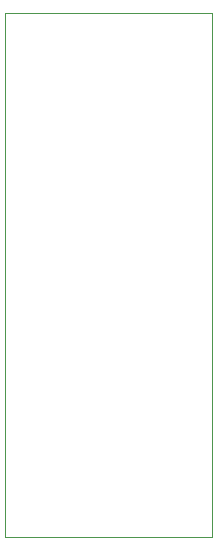
<source format=gm1>
G04 #@! TF.GenerationSoftware,KiCad,Pcbnew,5.1.5*
G04 #@! TF.CreationDate,2020-02-12T19:01:32+05:30*
G04 #@! TF.ProjectId,schematics,73636865-6d61-4746-9963-732e6b696361,rev?*
G04 #@! TF.SameCoordinates,Original*
G04 #@! TF.FileFunction,Profile,NP*
%FSLAX46Y46*%
G04 Gerber Fmt 4.6, Leading zero omitted, Abs format (unit mm)*
G04 Created by KiCad (PCBNEW 5.1.5) date 2020-02-12 19:01:32*
%MOMM*%
%LPD*%
G04 APERTURE LIST*
%ADD10C,0.050000*%
G04 APERTURE END LIST*
D10*
X129413000Y-73787000D02*
X129413000Y-118110000D01*
X146939000Y-73787000D02*
X129413000Y-73787000D01*
X146939000Y-118110000D02*
X146939000Y-73787000D01*
X129413000Y-118110000D02*
X146939000Y-118110000D01*
M02*

</source>
